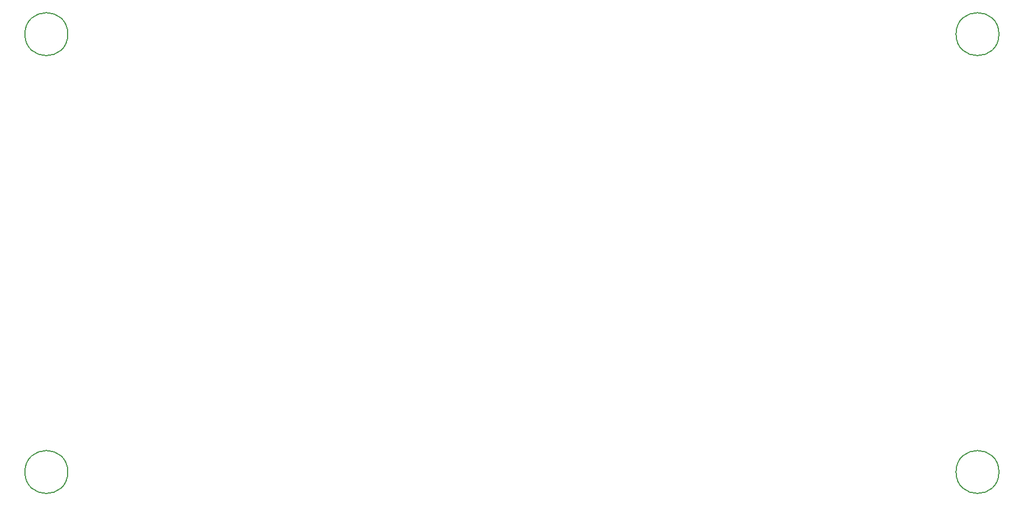
<source format=gbr>
%TF.GenerationSoftware,KiCad,Pcbnew,8.0.2*%
%TF.CreationDate,2025-02-05T07:33:41+00:00*%
%TF.ProjectId,misrc,6d697372-632e-46b6-9963-61645f706362,0.3*%
%TF.SameCoordinates,Original*%
%TF.FileFunction,Other,Comment*%
%FSLAX46Y46*%
G04 Gerber Fmt 4.6, Leading zero omitted, Abs format (unit mm)*
G04 Created by KiCad (PCBNEW 8.0.2) date 2025-02-05 07:33:41*
%MOMM*%
%LPD*%
G01*
G04 APERTURE LIST*
%ADD10C,0.150000*%
G04 APERTURE END LIST*
D10*
%TO.C,H3*%
X206273000Y-132207000D02*
G75*
G02*
X199873000Y-132207000I-3200000J0D01*
G01*
X199873000Y-132207000D02*
G75*
G02*
X206273000Y-132207000I3200000J0D01*
G01*
%TO.C,H2*%
X67462000Y-132207000D02*
G75*
G02*
X61062000Y-132207000I-3200000J0D01*
G01*
X61062000Y-132207000D02*
G75*
G02*
X67462000Y-132207000I3200000J0D01*
G01*
%TO.C,H1*%
X67462000Y-66929000D02*
G75*
G02*
X61062000Y-66929000I-3200000J0D01*
G01*
X61062000Y-66929000D02*
G75*
G02*
X67462000Y-66929000I3200000J0D01*
G01*
%TO.C,H4*%
X206273000Y-66929000D02*
G75*
G02*
X199873000Y-66929000I-3200000J0D01*
G01*
X199873000Y-66929000D02*
G75*
G02*
X206273000Y-66929000I3200000J0D01*
G01*
%TD*%
M02*

</source>
